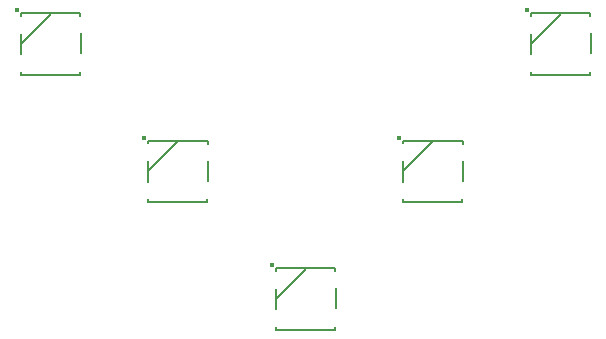
<source format=gto>
G75*
%MOIN*%
%OFA0B0*%
%FSLAX25Y25*%
%IPPOS*%
%LPD*%
%AMOC8*
5,1,8,0,0,1.08239X$1,22.5*
%
%ADD10C,0.00800*%
%ADD11C,0.01600*%
D10*
X0193443Y0098470D02*
X0193443Y0099380D01*
X0193443Y0098470D02*
X0212933Y0098470D01*
X0212933Y0098450D01*
X0213133Y0098450D01*
X0213133Y0099450D01*
X0213333Y0105550D02*
X0213333Y0112250D01*
X0213213Y0117880D02*
X0213213Y0118950D01*
X0213013Y0118950D01*
X0213013Y0118960D01*
X0193453Y0118960D01*
X0193453Y0118070D01*
X0193333Y0112150D02*
X0193333Y0108750D01*
X0203333Y0118750D01*
X0193333Y0108750D02*
X0193333Y0105350D01*
X0170633Y0140950D02*
X0170433Y0140950D01*
X0170433Y0140970D01*
X0150943Y0140970D01*
X0150943Y0141880D01*
X0150833Y0147850D02*
X0150833Y0151250D01*
X0160833Y0161250D01*
X0170513Y0161450D02*
X0170513Y0161460D01*
X0150953Y0161460D01*
X0150953Y0160570D01*
X0150833Y0154650D02*
X0150833Y0151250D01*
X0170833Y0148050D02*
X0170833Y0154750D01*
X0170713Y0160380D02*
X0170713Y0161450D01*
X0170513Y0161450D01*
X0170633Y0141950D02*
X0170633Y0140950D01*
X0235943Y0140970D02*
X0235943Y0141880D01*
X0235943Y0140970D02*
X0255433Y0140970D01*
X0255433Y0140950D01*
X0255633Y0140950D01*
X0255633Y0141950D01*
X0255833Y0148050D02*
X0255833Y0154750D01*
X0255713Y0160380D02*
X0255713Y0161450D01*
X0255513Y0161450D01*
X0255513Y0161460D01*
X0235953Y0161460D01*
X0235953Y0160570D01*
X0235833Y0154650D02*
X0235833Y0151250D01*
X0245833Y0161250D01*
X0235833Y0151250D02*
X0235833Y0147850D01*
X0278443Y0183470D02*
X0278443Y0184380D01*
X0278443Y0183470D02*
X0297933Y0183470D01*
X0297933Y0183450D01*
X0298133Y0183450D01*
X0298133Y0184450D01*
X0298333Y0190550D02*
X0298333Y0197250D01*
X0298213Y0202880D02*
X0298213Y0203950D01*
X0298013Y0203950D01*
X0298013Y0203960D01*
X0278453Y0203960D01*
X0278453Y0203070D01*
X0278333Y0197150D02*
X0278333Y0193750D01*
X0288333Y0203750D01*
X0278333Y0193750D02*
X0278333Y0190350D01*
X0128333Y0190550D02*
X0128333Y0197250D01*
X0128213Y0202880D02*
X0128213Y0203950D01*
X0128013Y0203950D01*
X0128013Y0203960D01*
X0108453Y0203960D01*
X0108453Y0203070D01*
X0108333Y0193750D02*
X0118333Y0203750D01*
X0108333Y0197150D02*
X0108333Y0193750D01*
X0108333Y0190350D01*
X0108443Y0184380D02*
X0108443Y0183470D01*
X0127933Y0183470D01*
X0127933Y0183450D01*
X0128133Y0183450D01*
X0128133Y0184450D01*
D11*
X0149583Y0162500D03*
X0107083Y0205000D03*
X0234583Y0162500D03*
X0192083Y0120000D03*
X0277083Y0205000D03*
M02*

</source>
